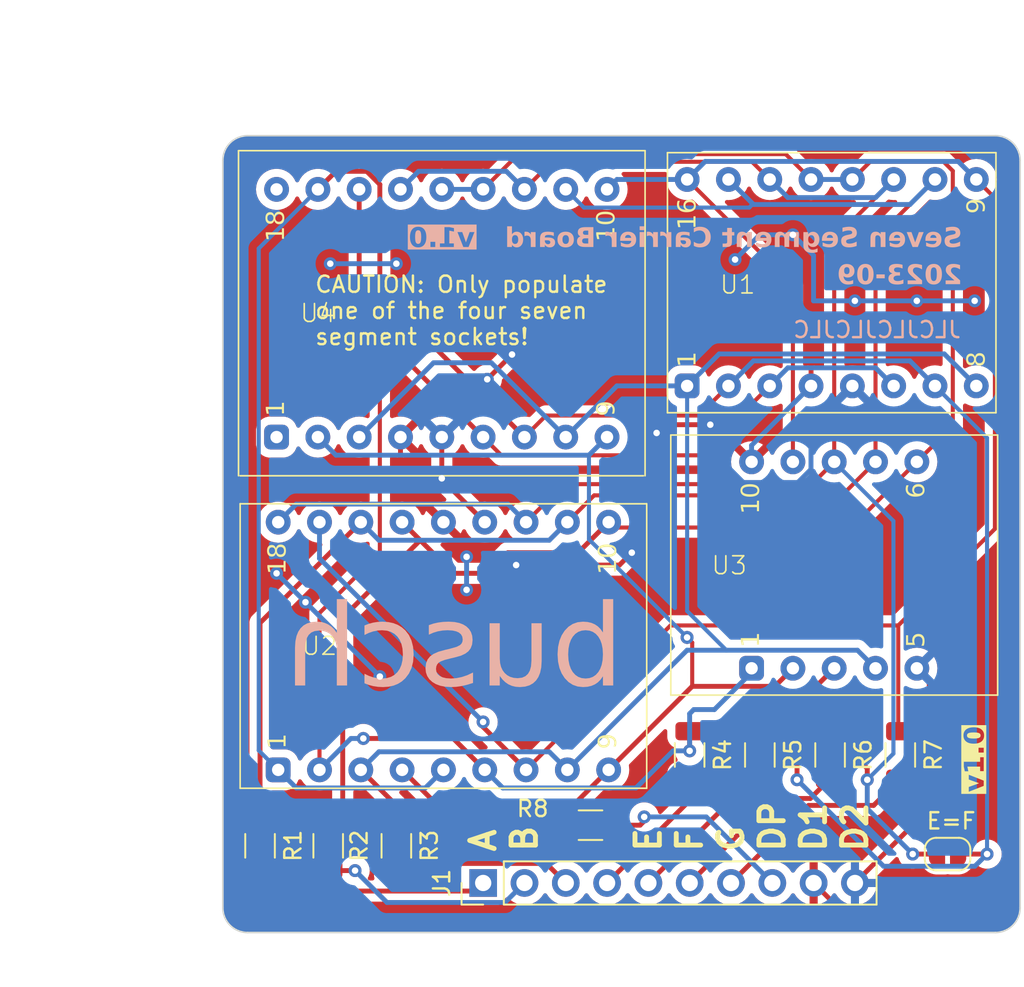
<source format=kicad_pcb>
(kicad_pcb (version 20221018) (generator pcbnew)
  (title_block (title "Seven Segment Carrier Board") (date "2023-09") (rev "v1.0"))
  (layers (0 "F.Cu" signal) (31 "B.Cu" signal) (34 "B.Paste" user) (35 "F.Paste" user) (36 "B.SilkS" user "B.Silkscreen") (37 "F.SilkS" user "F.Silkscreen") (38 "B.Mask" user) (39 "F.Mask" user) (44 "Edge.Cuts" user))
  (net 0 "")
  (net 1 "Net-(J1-Pin_1)")
  (net 2 "Net-(J1-Pin_2)")
  (net 3 "Net-(J1-Pin_3)")
  (net 4 "Net-(J1-Pin_4)")
  (net 5 "Net-(J1-Pin_5)")
  (net 6 "Net-(J1-Pin_6)")
  (net 7 "Net-(J1-Pin_7)")
  (net 8 "Net-(J1-Pin_8)")
  (net 9 "/DIG_1")
  (net 10 "/DIG_2")
  (net 11 "/E")
  (net 12 "/F")
  (net 13 "/A")
  (net 14 "/B")
  (net 15 "/C")
  (net 16 "/D")
  (net 17 "/G")
  (net 18 "/DP")
  (footprint "Resistor_SMD:R_1206_3216Metric" (layer "F.Cu") (at 43.688 53.086 -90)
    (fp_text reference "R4" (at 0 -2.032 90) (layer "F.SilkS"))
    (fp_text value "R")
    (fp_line (start -0.727064 -0.91) (end 0.727064 -0.91) (stroke (width 0.12)) (layer "F.SilkS"))
    (fp_line (start -0.727064 0.91) (end 0.727064 0.91) (stroke (width 0.12)) (layer "F.SilkS"))
    (pad "1" smd roundrect (at -1.4625 0 270) (size 1.125 1.75) (layers "F.Cu" "F.Paste" "F.Mask") (roundrect_rratio 0.222222) (net 16 "/D"))
    (pad "2" smd roundrect (at 1.4625 0 270) (size 1.125 1.75) (layers "F.Cu" "F.Paste" "F.Mask") (roundrect_rratio 0.222222) (net 4 "Net-(J1-Pin_4)"))
  )
  (footprint "Resistor_SMD:R_1206_3216Metric" (layer "F.Cu") (at 37.592 57.404)
    (fp_text reference "R8" (at -3.556 -1.016) (layer "F.SilkS"))
    (fp_text value "R")
    (fp_line (start -0.727064 -0.91) (end 0.727064 -0.91) (stroke (width 0.12)) (layer "F.SilkS"))
    (fp_line (start -0.727064 0.91) (end 0.727064 0.91) (stroke (width 0.12)) (layer "F.SilkS"))
    (pad "1" smd roundrect (at -1.4625 0) (size 1.125 1.75) (layers "F.Cu" "F.Paste" "F.Mask") (roundrect_rratio 0.222222) (net 18 "/DP"))
    (pad "2" smd roundrect (at 1.4625 0) (size 1.125 1.75) (layers "F.Cu" "F.Paste" "F.Mask") (roundrect_rratio 0.222222) (net 8 "Net-(J1-Pin_8)"))
  )
  (footprint "Resistor_SMD:R_1206_3216Metric" (layer "F.Cu") (at 48.006 53.086 -90)
    (fp_text reference "R5" (at 0 -2.032 90) (layer "F.SilkS"))
    (fp_text value "R")
    (fp_line (start -0.727064 -0.91) (end 0.727064 -0.91) (stroke (width 0.12)) (layer "F.SilkS"))
    (fp_line (start -0.727064 0.91) (end 0.727064 0.91) (stroke (width 0.12)) (layer "F.SilkS"))
    (pad "1" smd roundrect (at -1.4625 0 270) (size 1.125 1.75) (layers "F.Cu" "F.Paste" "F.Mask") (roundrect_rratio 0.222222) (net 11 "/E"))
    (pad "2" smd roundrect (at 1.4625 0 270) (size 1.125 1.75) (layers "F.Cu" "F.Paste" "F.Mask") (roundrect_rratio 0.222222) (net 5 "Net-(J1-Pin_5)"))
  )
  (footprint "Resistor_SMD:R_1206_3216Metric" (layer "F.Cu") (at 21.463 58.674 -90)
    (fp_text reference "R2" (at 0 -1.905 90) (layer "F.SilkS"))
    (fp_text value "R")
    (fp_line (start -0.727064 -0.91) (end 0.727064 -0.91) (stroke (width 0.12)) (layer "F.SilkS"))
    (fp_line (start -0.727064 0.91) (end 0.727064 0.91) (stroke (width 0.12)) (layer "F.SilkS"))
    (pad "1" smd roundrect (at -1.4625 0 270) (size 1.125 1.75) (layers "F.Cu" "F.Paste" "F.Mask") (roundrect_rratio 0.222222) (net 14 "/B"))
    (pad "2" smd roundrect (at 1.4625 0 270) (size 1.125 1.75) (layers "F.Cu" "F.Paste" "F.Mask") (roundrect_rratio 0.222222) (net 2 "Net-(J1-Pin_2)"))
  )
  (footprint "HB-Custom-Parts:DA04-11GWA" (layer "F.Cu") (at 42.324 32.03)
    (fp_text reference "U1" (at 4.318 -7.874 unlocked) (layer "F.SilkS") (effects (font (size 1.1 1.1) (thickness 0.1))))
    (fp_text value "DA04-11GWA")
    (fp_text user "16" (at 1.27 -13.208 90 unlocked) (layer "F.SilkS") (effects (font (size 1.1 1.1) (thickness 0.1)) (justify right)))
    (fp_text user "1" (at 1.27 -2.794 90 unlocked) (layer "F.SilkS") (effects (font (size 1.1 1.1) (thickness 0.1)) (justify left)))
    (fp_text user "8" (at 19.05 -2.794 90 unlocked) (layer "F.SilkS") (effects (font (size 1.1 1.1) (thickness 0.1)) (justify left)))
    (fp_text user "9" (at 19.05 -13.208 90 unlocked) (layer "F.SilkS") (effects (font (size 1.1 1.1) (thickness 0.1)) (justify right)))
    (fp_line (start 0 -16) (end 0 0) (stroke (width 0.1)) (layer "F.SilkS"))
    (fp_line (start 0 0) (end 20.2 0) (stroke (width 0.1)) (layer "F.SilkS"))
    (fp_line (start 20.2 -16) (end 0 -16) (stroke (width 0.1)) (layer "F.SilkS"))
    (fp_line (start 20.2 0) (end 20.2 -16) (stroke (width 0.1)) (layer "F.SilkS"))
    (pad "1" thru_hole roundrect (at 1.21 -1.65) (size 1.524 1.524) (drill 0.762) (layers "*.Cu" "*.Mask") (net 15 "/C"))
    (pad "2" thru_hole circle (at 3.75 -1.65) (size 1.524 1.524) (drill 0.762) (layers "*.Cu" "*.Mask") (net 11 "/E"))
    (pad "3" thru_hole circle (at 6.29 -1.65) (size 1.524 1.524) (drill 0.762) (layers "*.Cu" "*.Mask") (net 16 "/D"))
    (pad "4" thru_hole circle (at 8.83 -1.65) (size 1.524 1.524) (drill 0.762) (layers "*.Cu" "*.Mask") (net 9 "/DIG_1"))
    (pad "5" thru_hole circle (at 11.37 -1.65) (size 1.524 1.524) (drill 0.762) (layers "*.Cu" "*.Mask") (net 10 "/DIG_2"))
    (pad "6" thru_hole circle (at 13.91 -1.65) (size 1.524 1.524) (drill 0.762) (layers "*.Cu" "*.Mask") (net 16 "/D"))
    (pad "7" thru_hole circle (at 16.45 -1.65) (size 1.524 1.524) (drill 0.762) (layers "*.Cu" "*.Mask") (net 11 "/E"))
    (pad "8" thru_hole circle (at 18.99 -1.65) (size 1.524 1.524) (drill 0.762) (layers "*.Cu" "*.Mask") (net 15 "/C"))
    (pad "9" thru_hole circle (at 18.99 -14.35) (size 1.524 1.524) (drill 0.762) (layers "*.Cu" "*.Mask") (net 17 "/G"))
    (pad "10" thru_hole circle (at 16.45 -14.35) (size 1.524 1.524) (drill 0.762) (layers "*.Cu" "*.Mask") (net 13 "/A"))
    (pad "11" thru_hole circle (at 13.91 -14.35) (size 1.524 1.524) (drill 0.762) (layers "*.Cu" "*.Mask") (net 12 "/F"))
    (pad "12" thru_hole circle (at 11.37 -14.35) (size 1.524 1.524) (drill 0.762) (layers "*.Cu" "*.Mask") (net 14 "/B"))
    (pad "13" thru_hole circle (at 8.83 -14.35) (size 1.524 1.524) (drill 0.762) (layers "*.Cu" "*.Mask") (net 14 "/B"))
    (pad "14" thru_hole circle (at 6.29 -14.35) (size 1.524 1.524) (drill 0.762) (layers "*.Cu" "*.Mask") (net 12 "/F"))
    (pad "15" thru_hole circle (at 3.75 -14.35) (size 1.524 1.524) (drill 0.762) (layers "*.Cu" "*.Mask") (net 13 "/A"))
    (pad "16" thru_hole circle (at 1.21 -14.35) (size 1.524 1.524) (drill 0.762) (layers "*.Cu" "*.Mask") (net 17 "/G"))
  )
  (footprint "Resistor_SMD:R_1206_3216Metric" (layer "F.Cu") (at 52.324 53.086 -90)
    (fp_text reference "R6" (at 0 -2.032 90) (layer "F.SilkS"))
    (fp_text value "R")
    (fp_line (start -0.727064 -0.91) (end 0.727064 -0.91) (stroke (width 0.12)) (layer "F.SilkS"))
    (fp_line (start -0.727064 0.91) (end 0.727064 0.91) (stroke (width 0.12)) (layer "F.SilkS"))
    (pad "1" smd roundrect (at -1.4625 0 270) (size 1.125 1.75) (layers "F.Cu" "F.Paste" "F.Mask") (roundrect_rratio 0.222222) (net 12 "/F"))
    (pad "2" smd roundrect (at 1.4625 0 270) (size 1.125 1.75) (layers "F.Cu" "F.Paste" "F.Mask") (roundrect_rratio 0.222222) (net 6 "Net-(J1-Pin_6)"))
  )
  (footprint "Jumper:SolderJumper-2_P1.3mm_Open_RoundedPad1.0x1.5mm" (layer "F.Cu") (at 59.548 59.182 180)
    (fp_text reference "J2" hide)
    (fp_text value "EF-Jumper")
    (fp_line (start -1.4 0.3) (end -1.4 -0.3) (stroke (width 0.12)) (layer "F.SilkS"))
    (fp_line (start -0.7 -1) (end 0.7 -1) (stroke (width 0.12)) (layer "F.SilkS"))
    (fp_line (start 0.7 1) (end -0.7 1) (stroke (width 0.12)) (layer "F.SilkS"))
    (fp_line (start 1.4 -0.3) (end 1.4 0.3) (stroke (width 0.12)) (layer "F.SilkS"))
    (fp_arc (start -1.4 -0.3) (mid -1.194975 -0.794975) (end -0.7 -1) (stroke (width 0.12)) (layer "F.SilkS"))
    (fp_arc (start -0.7 1) (mid -1.194975 0.794975) (end -1.4 0.3) (stroke (width 0.12)) (layer "F.SilkS"))
    (fp_arc (start 0.7 -1) (mid 1.194975 -0.794975) (end 1.4 -0.3) (stroke (width 0.12)) (layer "F.SilkS"))
    (fp_arc (start 1.4 0.3) (mid 1.194975 0.794975) (end 0.7 1) (stroke (width 0.12)) (layer "F.SilkS"))
    (pad "1" smd custom (at -0.65 0 180) (size 1 0.5) (layers "F.Cu" "F.Mask") (net 11 "/E") (options (clearance outline) (anchor rect)) (primitives (gr_circle (center 0 0.25) (end 0.5 0.25) (width 0) (fill yes)) (gr_circle (center 0 -0.25) (end 0.5 -0.25) (width 0) (fill yes)) (gr_poly (pts (xy 0.5 0.75) (xy 0 0.75) (xy 0 -0.75) (xy 0.5 -0.75)) (width 0) (fill yes))))
    (pad "2" smd custom (at 0.65 0 180) (size 1 0.5) (layers "F.Cu" "F.Mask") (net 12 "/F") (options (clearance outline) (anchor rect)) (primitives (gr_circle (center 0 0.25) (end 0.5 0.25) (width 0) (fill yes)) (gr_circle (center 0 -0.25) (end 0.5 -0.25) (width 0) (fill yes)) (gr_poly (pts (xy 0 0.75) (xy -0.5 0.75) (xy -0.5 -0.75) (xy 0 -0.75)) (width 0) (fill yes))))
  )
  (footprint "Resistor_SMD:R_1206_3216Metric" (layer "F.Cu") (at 56.642 53.086 -90)
    (fp_text reference "R7" (at 0 -2.032 90) (layer "F.SilkS"))
    (fp_text value "R")
    (fp_line (start -0.727064 -0.91) (end 0.727064 -0.91) (stroke (width 0.12)) (layer "F.SilkS"))
    (fp_line (start -0.727064 0.91) (end 0.727064 0.91) (stroke (width 0.12)) (layer "F.SilkS"))
    (pad "1" smd roundrect (at -1.4625 0 270) (size 1.125 1.75) (layers "F.Cu" "F.Paste" "F.Mask") (roundrect_rratio 0.222222) (net 17 "/G"))
    (pad "2" smd roundrect (at 1.4625 0 270) (size 1.125 1.75) (layers "F.Cu" "F.Paste" "F.Mask") (roundrect_rratio 0.222222) (net 7 "Net-(J1-Pin_7)"))
  )
  (footprint "HB-Custom-Parts:DC52-11GWA" (layer "F.Cu") (at 16.048 55.132)
    (fp_text reference "U2" (at 4.88 -8.75 unlocked) (layer "F.SilkS") (effects (font (size 1.1 1.1) (thickness 0.1))))
    (fp_text value "DC52-11GWA")
    (fp_text user "9" (at 22.66 -2.4 90 unlocked) (layer "F.SilkS") (effects (font (size 1.1 1.1) (thickness 0.1)) (justify left)))
    (fp_text user "10" (at 22.66 -15.1 90 unlocked) (layer "F.SilkS") (effects (font (size 1.1 1.1) (thickness 0.1)) (justify right)))
    (fp_text user "1" (at 2.34 -2.4 90 unlocked) (layer "F.SilkS") (effects (font (size 1.1 1.1) (thickness 0.1)) (justify left)))
    (fp_text user "18" (at 2.34 -15.1 90 unlocked) (layer "F.SilkS") (effects (font (size 1.1 1.1) (thickness 0.1)) (justify right)))
    (fp_line (start 0 -17.5) (end 25 -17.5) (stroke (width 0.1)) (layer "F.SilkS"))
    (fp_line (start 0 0) (end 0 -17.5) (stroke (width 0.1)) (layer "F.SilkS"))
    (fp_line (start 0 0) (end 25 0) (stroke (width 0.1)) (layer "F.SilkS"))
    (fp_line (start 25 -17.5) (end 25 0) (stroke (width 0.1)) (layer "F.SilkS"))
    (pad "1" thru_hole roundrect (at 2.34 -1.13) (size 1.524 1.524) (drill 0.762) (layers "*.Cu" "*.Mask") (net 11 "/E"))
    (pad "2" thru_hole circle (at 4.88 -1.13) (size 1.524 1.524) (drill 0.762) (layers "*.Cu" "*.Mask") (net 16 "/D"))
    (pad "3" thru_hole circle (at 7.42 -1.13) (size 1.524 1.524) (drill 0.762) (layers "*.Cu" "*.Mask") (net 15 "/C"))
    (pad "4" thru_hole circle (at 9.96 -1.13) (size 1.524 1.524) (drill 0.762) (layers "*.Cu" "*.Mask") (net 18 "/DP"))
    (pad "5" thru_hole circle (at 12.5 -1.13) (size 1.524 1.524) (drill 0.762) (layers "*.Cu" "*.Mask") (net 11 "/E"))
    (pad "6" thru_hole circle (at 15.04 -1.13) (size 1.524 1.524) (drill 0.762) (layers "*.Cu" "*.Mask") (net 16 "/D"))
    (pad "7" thru_hole circle (at 17.58 -1.13) (size 1.524 1.524) (drill 0.762) (layers "*.Cu" "*.Mask") (net 17 "/G"))
    (pad "8" thru_hole circle (at 20.12 -1.13) (size 1.524 1.524) (drill 0.762) (layers "*.Cu" "*.Mask") (net 15 "/C"))
    (pad "9" thru_hole circle (at 22.66 -1.13) (size 1.524 1.524) (drill 0.762) (layers "*.Cu" "*.Mask") (net 18 "/DP"))
    (pad "10" thru_hole circle (at 22.66 -16.37) (size 1.524 1.524) (drill 0.762) (layers "*.Cu" "*.Mask") (net 14 "/B"))
    (pad "11" thru_hole circle (at 20.12 -16.37) (size 1.524 1.524) (drill 0.762) (layers "*.Cu" "*.Mask") (net 13 "/A"))
    (pad "12" thru_hole circle (at 17.58 -16.37) (size 1.524 1.524) (drill 0.762) (layers "*.Cu" "*.Mask") (net 12 "/F"))
    (pad "13" thru_hole circle (at 15.04 -16.37) (size 1.524 1.524) (drill 0.762) (layers "*.Cu" "*.Mask") (net 10 "/DIG_2"))
    (pad "14" thru_hole circle (at 12.5 -16.37) (size 1.524 1.524) (drill 0.762) (layers "*.Cu" "*.Mask") (net 9 "/DIG_1"))
    (pad "15" thru_hole circle (at 9.96 -16.37) (size 1.524 1.524) (drill 0.762) (layers "*.Cu" "*.Mask") (net 14 "/B"))
    (pad "16" thru_hole circle (at 7.42 -16.37) (size 1.524 1.524) (drill 0.762) (layers "*.Cu" "*.Mask") (net 13 "/A"))
    (pad "17" thru_hole circle (at 4.88 -16.37) (size 1.524 1.524) (drill 0.762) (layers "*.Cu" "B.Mask") (net 17 "/G"))
    (pad "18" thru_hole circle (at 2.34 -16.37) (size 1.524 1.524) (drill 0.762) (layers "*.Cu" "*.Mask") (net 12 "/F"))
  )
  (footprint "Connector_PinHeader_2.54mm:PinHeader_1x10_P2.54mm_Vertical" (layer "F.Cu") (at 30.993 60.96 90)
    (fp_text reference "J1" (at 0 -2.545 90) (layer "F.SilkS"))
    (fp_text value "Board Connector")
    (fp_line (start -1.33 -1.33) (end 0 -1.33) (stroke (width 0.12)) (layer "F.SilkS"))
    (fp_line (start -1.33 0) (end -1.33 -1.33) (stroke (width 0.12)) (layer "F.SilkS"))
    (fp_line (start -1.33 1.27) (end -1.33 24.19) (stroke (width 0.12)) (layer "F.SilkS"))
    (fp_line (start -1.33 1.27) (end 1.33 1.27) (stroke (width 0.12)) (layer "F.SilkS"))
    (fp_line (start -1.33 24.19) (end 1.33 24.19) (stroke (width 0.12)) (layer "F.SilkS"))
    (fp_line (start 1.33 1.27) (end 1.33 24.19) (stroke (width 0.12)) (layer "F.SilkS"))
    (pad "1" thru_hole rect (at 0 0 90) (size 1.7 1.7) (drill 1) (layers "*.Cu" "*.Mask") (net 1 "Net-(J1-Pin_1)"))
    (pad "2" thru_hole oval (at 0 2.54 90) (size 1.7 1.7) (drill 1) (layers "*.Cu" "*.Mask") (net 2 "Net-(J1-Pin_2)"))
    (pad "3" thru_hole oval (at 0 5.08 90) (size 1.7 1.7) (drill 1) (layers "*.Cu" "*.Mask") (net 3 "Net-(J1-Pin_3)"))
    (pad "4" thru_hole oval (at 0 7.62 90) (size 1.7 1.7) (drill 1) (layers "*.Cu" "*.Mask") (net 4 "Net-(J1-Pin_4)"))
    (pad "5" thru_hole oval (at 0 10.16 90) (size 1.7 1.7) (drill 1) (layers "*.Cu" "*.Mask") (net 5 "Net-(J1-Pin_5)"))
    (pad "6" thru_hole oval (at 0 12.7 90) (size 1.7 1.7) (drill 1) (layers "*.Cu" "*.Mask") (net 6 "Net-(J1-Pin_6)"))
    (pad "7" thru_hole oval (at 0 15.24 90) (size 1.7 1.7) (drill 1) (layers "*.Cu" "*.Mask") (net 7 "Net-(J1-Pin_7)"))
    (pad "8" thru_hole oval (at 0 17.78 90) (size 1.7 1.7) (drill 1) (layers "*.Cu" "*.Mask") (net 8 "Net-(J1-Pin_8)"))
    (pad "9" thru_hole oval (at 0 20.32 90) (size 1.7 1.7) (drill 1) (layers "*.Cu" "*.Mask") (net 9 "/DIG_1"))
    (pad "10" thru_hole oval (at 0 22.86 90) (size 1.7 1.7) (drill 1) (layers "*.Cu" "*.Mask") (net 10 "/DIG_2"))
  )
  (footprint "Resistor_SMD:R_1206_3216Metric" (layer "F.Cu") (at 25.654 58.674 -90)
    (fp_text reference "R3" (at 0 -2.032 90) (layer "F.SilkS"))
    (fp_text value "R")
    (fp_line (start -0.727064 -0.91) (end 0.727064 -0.91) (stroke (width 0.12)) (layer "F.SilkS"))
    (fp_line (start -0.727064 0.91) (end 0.727064 0.91) (stroke (width 0.12)) (layer "F.SilkS"))
    (pad "1" smd roundrect (at -1.4625 0 270) (size 1.125 1.75) (layers "F.Cu" "F.Paste" "F.Mask") (roundrect_rratio 0.222222) (net 15 "/C"))
    (pad "2" smd roundrect (at 1.4625 0 270) (size 1.125 1.75) (layers "F.Cu" "F.Paste" "F.Mask") (roundrect_rratio 0.222222) (net 3 "Net-(J1-Pin_3)"))
  )
  (footprint "Resistor_SMD:R_1206_3216Metric" (layer "F.Cu") (at 17.272 58.674 -90)
    (fp_text reference "R1" (at 0 -2.032 90) (layer "F.SilkS"))
    (fp_text value "R")
    (fp_line (start -0.727064 -0.91) (end 0.727064 -0.91) (stroke (width 0.12)) (layer "F.SilkS"))
    (fp_line (start -0.727064 0.91) (end 0.727064 0.91) (stroke (width 0.12)) (layer "F.SilkS"))
    (pad "1" smd roundrect (at -1.4625 0 270) (size 1.125 1.75) (layers "F.Cu" "F.Paste" "F.Mask") (roundrect_rratio 0.222222) (net 13 "/A"))
    (pad "2" smd roundrect (at 1.4625 0 270) (size 1.125 1.75) (layers "F.Cu" "F.Paste" "F.Mask") (roundrect_rratio 0.222222) (net 1 "Net-(J1-Pin_1)"))
  )
  (footprint "HB-Custom-Parts:WF_VQE_21_E_AD" (layer "F.Cu") (at 18.288 33.528)
    (fp_text reference "U4" (at 2.54 -7.62 unlocked) (layer "F.SilkS") (effects (font (size 1.1 1.1) (thickness 0.1))))
    (fp_text value "WF_VQE_21_E_AD" hide)
    (fp_text user "9" (at 20.32 -1.27 90 unlocked) (layer "F.SilkS") (effects (font (size 1.1 1.1) (thickness 0.1)) (justify left)))
    (fp_text user "1" (at 0 -1.27 90 unlocked) (layer "F.SilkS") (effects (font (size 1.1 1.1) (thickness 0.1)) (justify left)))
    (fp_text user "10" (at 20.32 -13.97 90 unlocked) (layer "F.SilkS") (effects (font (size 1.1 1.1) (thickness 0.1)) (justify right)))
    (fp_text user "18" (at 0 -13.97 90 unlocked) (layer "F.SilkS") (effects (font (size 1.1 1.1) (thickness 0.1)) (justify right)))
    (fp_line (start -2.34 -17.62) (end 22.66 -17.62) (stroke (width 0.1)) (layer "F.SilkS"))
    (fp_line (start -2.34 2.38) (end -2.34 -17.62) (stroke (width 0.1)) (layer "F.SilkS"))
    (fp_line (start -2.24 2.38) (end 22.56 2.38) (stroke (width 0.1)) (layer "F.SilkS"))
    (fp_line (start 22.66 -17.62) (end 22.66 2.38) (stroke (width 0.1)) (layer "F.SilkS"))
    (pad "1" thru_hole roundrect (at 0 0) (size 1.524 1.524) (drill 0.762) (layers "*.Cu" "*.Mask"))
    (pad "2" thru_hole circle (at 2.54 0) (size 1.524 1.524) (drill 0.762) (layers "*.Cu" "*.Mask") (net 18 "/DP"))
    (pad "3" thru_hole circle (at 5.08 0) (size 1.524 1.524) (drill 0.762) (layers "*.Cu" "*.Mask") (net 15 "/C"))
    (pad "4" thru_hole circle (at 7.62 0) (size 1.524 1.524) (drill 0.762) (layers "*.Cu" "*.Mask") (net 9 "/DIG_1"))
    (pad "5" thru_hole circle (at 10.16 0) (size 1.524 1.524) (drill 0.762) (layers "*.Cu" "*.Mask") (net 10 "/DIG_2"))
    (pad "6" thru_hole circle (at 12.7 0) (size 1.524 1.524) (drill 0.762) (layers "*.Cu" "*.Mask") (net 16 "/D"))
    (pad "7" thru_hole circle (at 15.24 0) (size 1.524 1.524) (drill 0.762) (layers "*.Cu" "*.Mask") (net 11 "/E"))
    (pad "8" thru_hole circle (at 17.78 0) (size 1.524 1.524) (drill 0.762) (layers "*.Cu" "*.Mask") (net 15 "/C"))
    (pad "9" thru_hole circle (at 20.32 0) (size 1.524 1.524) (drill 0.762) (layers "*.Cu" "*.Mask") (net 18 "/DP"))
    (pad "10" thru_hole circle (at 20.32 -15.24) (size 1.524 1.524) (drill 0.762) (layers "*.Cu" "*.Mask") (net 17 "/G"))
    (pad "11" thru_hole circle (at 17.78 -15.24) (size 1.524 1.524) (drill 0.762) (layers "*.Cu" "*.Mask") (net 13 "/A"))
    (pad "12" thru_hole circle (at 15.24 -15.24) (size 1.524 1.524) (drill 0.762) (layers "*.Cu" "*.Mask") (net 12 "/F"))
    (pad "13" thru_hole circle (at 12.7 -15.24) (size 1.524 1.524) (drill 0.762) (layers "*.Cu" "*.Mask") (net 14 "/B"))
    (pad "14" thru_hole circle (at 10.16 -15.24) (size 1.524 1.524) (drill 0.762) (layers "*.Cu" "*.Mask") (net 14 "/B"))
    (pad "15" thru_hole circle (at 7.62 -15.24) (size 1.524 1.524) (drill 0.762) (layers "*.Cu" "*.Mask") (net 12 "/F"))
    (pad "16" thru_hole circle (at 5.08 -15.24) (size 1.524 1.524) (drill 0.762) (layers "*.Cu" "*.Mask") (net 16 "/D"))
    (pad "17" thru_hole circle (at 2.54 -15.24) (size 1.524 1.524) (drill 0.762) (layers "*.Cu" "B.Mask") (net 11 "/E"))
    (pad "18" thru_hole circle (at 0 -15.24) (size 1.524 1.524) (drill 0.762) (layers "*.Cu" "*.Mask"))
  )
  (footprint "HB-Custom-Parts:TOD4201FG-2" (layer "F.Cu") (at 47.498 47.752)
    (fp_text reference "U3" (at -2.54 -6.326 unlocked) (layer "F.SilkS") (effects (font (size 1.1 1.1) (thickness 0.1)) (justify left)))
    (fp_text value "TOD4201FG-2")
    (fp_text user "1" (at 0 -1.27 90 unlocked) (layer "F.SilkS") (effects (font (size 1.1 1.1) (thickness 0.1)) (justify left)))
    (fp_text user "5" (at 10.16 -1.27 90 unlocked) (layer "F.SilkS") (effects (font (size 1.1 1.1) (thickness 0.1)) (justify left)))
    (fp_text user "6" (at 10.16 -11.43 90 unlocked) (layer "F.SilkS") (effects (font (size 1.1 1.1) (thickness 0.1)) (justify right)))
    (fp_text user "10" (at 0 -11.43 90 unlocked) (layer "F.SilkS") (effects (font (size 1.1 1.1) (thickness 0.1)) (justify right)))
    (fp_line (start -4.97 -14.35) (end 15.13 -14.35) (stroke (width 0.1)) (layer "F.SilkS"))
    (fp_line (start -4.97 1.65) (end -4.97 -14.35) (stroke (width 0.1)) (layer "F.SilkS"))
    (fp_line (start -4.97 1.65) (end 15.13 1.65) (stroke (width 0.1)) (layer "F.SilkS"))
    (fp_line (start 15.13 -14.35) (end 15.13 1.65) (stroke (width 0.1)) (layer "F.SilkS"))
    (pad "1" thru_hole roundrect (at 0 0) (size 1.524 1.524) (drill 0.762) (layers "*.Cu" "*.Mask") (net 16 "/D"))
    (pad "2" thru_hole circle (at 2.54 0) (size 1.524 1.524) (drill 0.762) (layers "*.Cu" "*.Mask") (net 18 "/DP"))
    (pad "3" thru_hole circle (at 5.08 0) (size 1.524 1.524) (drill 0.762) (layers "*.Cu" "*.Mask") (net 11 "/E"))
    (pad "4" thru_hole circle (at 7.62 0) (size 1.524 1.524) (drill 0.762) (layers "*.Cu" "*.Mask") (net 15 "/C"))
    (pad "5" thru_hole circle (at 10.16 0) (size 1.524 1.524) (drill 0.762) (layers "*.Cu" "*.Mask") (net 10 "/DIG_2"))
    (pad "6" thru_hole circle (at 10.16 -12.7) (size 1.524 1.524) (drill 0.762) (layers "*.Cu" "*.Mask") (net 14 "/B"))
    (pad "7" thru_hole circle (at 7.62 -12.7) (size 1.524 1.524) (drill 0.762) (layers "*.Cu" "*.Mask") (net 13 "/A"))
    (pad "8" thru_hole circle (at 5.08 -12.7) (size 1.524 1.524) (drill 0.762) (layers "*.Cu" "*.Mask") (net 12 "/F"))
    (pad "9" thru_hole circle (at 2.54 -12.7) (size 1.524 1.524) (drill 0.762) (layers "*.Cu" "*.Mask") (net 17 "/G"))
    (pad "10" thru_hole circle (at 0 -12.7) (size 1.524 1.524) (drill 0.762) (layers "*.Cu" "*.Mask") (net 9 "/DIG_1"))
  )
  (gr_line (start 62.484 14.986) (end 16.51 14.986) (stroke (width 0.1)) (layer "Edge.Cuts"))
  (gr_arc (start 14.986 16.51) (mid 15.432369 15.432369) (end 16.51 14.986) (stroke (width 0.1)) (layer "Edge.Cuts"))
  (gr_line (start 14.986 16.51) (end 14.986 62.484) (stroke (width 0.1)) (layer "Edge.Cuts"))
  (gr_line (start 16.51 64.008) (end 62.484 64.008) (stroke (width 0.1)) (layer "Edge.Cuts"))
  (gr_arc (start 62.484 14.986) (mid 63.561631 15.432369) (end 64.008 16.51) (stroke (width 0.1)) (layer "Edge.Cuts"))
  (gr_arc (start 64.008 62.484) (mid 63.561631 63.561631) (end 62.484 64.008) (stroke (width 0.1)) (layer "Edge.Cuts"))
  (gr_arc (start 16.51 64.008) (mid 15.432369 63.561631) (end 14.986 62.484) (stroke (width 0.1)) (layer "Edge.Cuts"))
  (gr_line (start 64.008 62.484) (end 64.008 16.51) (stroke (width 0.1)) (layer "Edge.Cuts"))
  (gr_text "busch" (at 39.624 46.736) (layer "B.SilkS") (effects (font (size 5 5)) (justify left mirror)))
  (gr_text "${ISSUE_DATE}" (at 60.452 23.622) (layer "B.SilkS") (effects (font (size 1.2 1.2)) (justify left mirror)))
  (gr_text "${REVISION}" (at 30.48 21.336) (layer "B.SilkS" knockout) (effects (font (size 1.2 1.2)) (justify left mirror)))
  (gr_text "Seven Segment Carrier Board" (at 60.452 21.336) (layer "B.SilkS") (effects (font (size 1.2 1.2)) (justify left mirror)))
  (gr_text "JLCJLCJLCJLC" (at 60.452 26.924) (layer "B.SilkS") (effects (font (size 1 1)) (justify left mirror)))
  (gr_text "D1\n" (at 51.308 59.182 90) (layer "F.SilkS") (effects (font (size 1.5 1.5) (thickness 0.3) bold) (justify left)))
  (gr_text "B" (at 33.528 59.182 90) (layer "F.SilkS") (effects (font (size 1.5 1.5) (thickness 0.3) bold) (justify left)))
  (gr_text "D2" (at 53.848 59.182 90) (layer "F.SilkS") (effects (font (size 1.5 1.5) (thickness 0.3) bold) (justify left)))
  (gr_text "E" (at 41.148 59.182 90) (layer "F.SilkS") (effects (font (size 1.5 1.5) (thickness 0.3) bold) (justify left)))
  (gr_text "${REVISION}" (at 61.976 55.372 90) (layer "F.SilkS" knockout) (effects (font (size 1.2 1.2)) (justify left bottom)))
  (gr_text "A" (at 30.988 59.182 90) (layer "F.SilkS") (effects (font (size 1.5 1.5) (thickness 0.3) bold) (justify left)))
  (gr_text "CAUTION: Only populate \none of the four seven \nsegment sockets!" (at 20.574 27.94) (layer "F.SilkS") (effects (font (size 1 1)) (justify left bottom)))
  (gr_text "G" (at 46.228 59.182 90) (layer "F.SilkS") (effects (font (size 1.5 1.5) (thickness 0.3) bold) (justify left)))
  (gr_text "E=F" (at 58.166 57.15) (layer "F.SilkS") (effects (font (size 1 1)) (justify left)))
  (gr_text "DP" (at 48.768 59.182 90) (layer "F.SilkS") (effects (font (size 1.5 1.5) (thickness 0.3) bold) (justify left)))
  (gr_text "F" (at 43.688 59.182 90) (layer "F.SilkS") (effects (font (size 1.5 1.5) (thickness 0.3) bold) (justify left)))
  (segment (start 18.5926 61.4571) (end 30.4959 61.4571) (width 0.3) (layer "F.Cu") (net 1))
  (segment (start 30.4959 61.4571) (end 30.993 60.96) (width 0.3) (layer "F.Cu") (net 1))
  (segment (start 17.272 60.1365) (end 18.5926 61.4571) (width 0.3) (layer "F.Cu") (net 1))
  (segment (start 21.5245 60.198) (end 21.463 60.1365) (width 0.3) (layer "F.Cu") (net 2))
  (segment (start 23.114 60.198) (end 21.5245 60.198) (width 0.3) (layer "F.Cu") (net 2))
  (via (at 23.114 60.198) (size 0.8) (drill 0.4) (layers "F.Cu" "B.Cu") (net 2))
  (segment (start 33.533 60.96) (end 32.333 62.16) (width 0.3) (layer "B.Cu") (net 2))
  (segment (start 32.333 62.16) (end 25.076 62.16) (width 0.3) (layer "B.Cu") (net 2))
  (segment (start 25.076 62.16) (end 23.114 60.198) (width 0.3) (layer "B.Cu") (net 2))
  (segment (start 34.873 59.76) (end 36.073 60.96) (width 0.3) (layer "F.Cu") (net 3))
  (segment (start 26.0305 59.76) (end 34.873 59.76) (width 0.3) (layer "F.Cu") (net 3))
  (segment (start 25.654 60.1365) (end 26.0305 59.76) (width 0.3) (layer "F.Cu") (net 3))
  (segment (start 43.688 55.885) (end 38.613 60.96) (width 0.3) (layer "F.Cu") (net 4))
  (segment (start 43.688 54.5485) (end 43.688 55.885) (width 0.3) (layer "F.Cu") (net 4))
  (segment (start 41.153 60.96) (end 47.5645 54.5485) (width 0.3) (layer "F.Cu") (net 5))
  (segment (start 47.5645 54.5485) (end 48.006 54.5485) (width 0.3) (layer "F.Cu") (net 5))
  (segment (start 52.324 54.5485) (end 51.1115 55.761) (width 0.3) (layer "F.Cu") (net 6))
  (segment (start 51.1115 55.761) (end 48.892 55.761) (width 0.3) (layer "F.Cu") (net 6))
  (segment (start 48.892 55.761) (end 43.693 60.96) (width 0.3) (layer "F.Cu") (net 6))
  (segment (start 56.642 54.5485) (end 55.0025 56.188) (width 0.3) (layer "F.Cu") (net 7))
  (segment (start 55.0025 56.188) (end 51.005 56.188) (width 0.3) (layer "F.Cu") (net 7))
  (segment (start 51.005 56.188) (end 46.233 60.96) (width 0.3) (layer "F.Cu") (net 7))
  (segment (start 39.0545 57.404) (end 40.64 57.404) (width 0.3) (layer "F.Cu") (net 8))
  (segment (start 40.894 56.896) (end 41.148 56.896) (width 0.3) (layer "F.Cu") (net 8))
  (segment (start 40.64 57.404) (end 40.894 57.15) (width 0.3) (layer "F.Cu") (net 8))
  (segment (start 40.894 57.15) (end 40.894 56.896) (width 0.3) (layer "F.Cu") (net 8))
  (segment (start 41.148 56.896) (end 41.021 57.023) (width 0.3) (layer "F.Cu") (net 8))
  (via (at 40.894 56.896) (size 0.8) (drill 0.4) (layers "F.Cu" "B.Cu") (net 8))
  (segment (start 40.894 56.896) (end 44.709 56.896) (width 0.3) (layer "B.Cu") (net 8))
  (segment (start 44.709 56.896) (end 48.773 60.96) (width 0.3) (layer "B.Cu") (net 8))
  (segment (start 29.972 40.894) (end 29.972 40.186) (width 0.3) (layer "F.Cu") (net 9))
  (segment (start 24.638 48.26) (end 29.972 42.926) (width 0.3) (layer "F.Cu") (net 9))
  (segment (start 25.908 33.528) (end 25.908 36.122) (width 0.3) (layer "F.Cu") (net 9))
  (segment (start 25.908 36.122) (end 28.548 38.762) (width 0.3) (layer "F.Cu") (net 9))
  (segment (start 51.154 30.38) (end 51.154 28.094) (width 0.3) (layer "F.Cu") (net 9))
  (segment (start 29.972 40.186) (end 28.548 38.762) (width 0.3) (layer "F.Cu") (net 9))
  (segment (start 52.324 61.971) (end 52.324 62.23) (width 0.3) (layer "F.Cu") (net 9))
  (segment (start 52.324 61.971) (end 51.313 60.96) (width 0.3) (layer "F.Cu") (net 9))
  (via (at 29.972 40.894) (size 0.8) (drill 0.4) (layers "F.Cu" "B.Cu") (net 9))
  (via (at 25.654 22.86) (size 0.8) (drill 0.4) (layers "F.Cu" "B.Cu") (net 9))
  (via (at 24.638 48.26) (size 0.8) (drill 0.4) (layers "F.Cu" "B.Cu") (net 9))
  (via (at 20.066 43.688) (size 0.8) (drill 0.4) (layers "F.Cu" "B.Cu") (net 9))
  (via (at 61.214 25.146) (size 0.8) (drill 0.4) (layers "F.Cu" "B.Cu") (net 9))
  (via (at 53.848 25.146) (size 0.8) (drill 0.4) (layers "F.Cu" "B.Cu") (net 9))
  (via (at 50.038 21.082) (size 0.8) (drill 0.4) (layers "F.Cu" "B.Cu") (net 9))
  (via (at 21.59 22.86) (size 0.8) (drill 0.4) (layers "F.Cu" "B.Cu") (net 9))
  (via (at 46.482 22.606) (size 0.8) (drill 0.4) (layers "F.Cu" "B.Cu") (net 9))
  (via (at 18.288 41.91) (size 0.8) (drill 0.4) (layers "F.Cu" "B.Cu") (net 9))
  (via (at 57.658 25.146) (size 0.8) (drill 0.4) (layers "F.Cu" "B.Cu") (net 9))
  (via (at 29.972 42.926) (size 0.8) (drill 0.4) (layers "F.Cu" "B.Cu") (net 9))
  (segment (start 53.848 25.146) (end 57.658 25.146) (width 0.3) (layer "B.Cu") (net 9))
  (segment (start 20.066 43.688) (end 24.638 48.26) (width 0.3) (layer "B.Cu") (net 9))
  (segment (start 57.658 25.146) (end 61.214 25.146) (width 0.3) (layer "B.Cu") (net 9))
  (segment (start 46.482 22.606) (end 48.006 21.082) (width 0.3) (layer "B.Cu") (net 9))
  (segment (start 51.308 22.352) (end 51.308 25.146) (width 0.3) (layer "B.Cu") (net 9))
  (segment (start 18.288 41.91) (end 20.066 43.688) (width 0.3) (layer "B.Cu") (net 9))
  (segment (start 21.59 22.86) (end 25.654 22.86) (width 0.3) (layer "B.Cu") (net 9))
  (segment (start 51.154 30.38) (end 47.498 34.036) (width 0.3) (layer "B.Cu") (net 9))
  (segment (start 50.038 21.082) (end 51.308 22.352) (width 0.3) (layer "B.Cu") (net 9))
  (segment (start 29.972 40.894) (end 29.972 42.926) (width 0.3) (layer "B.Cu") (net 9))
  (segment (start 48.006 21.082) (end 50.038 21.082) (width 0.3) (layer "B.Cu") (net 9))
  (segment (start 51.308 25.146) (end 53.848 25.146) (width 0.3) (layer "B.Cu") (net 9))
  (segment (start 47.498 34.036) (end 47.498 35.052) (width 0.3) (layer "B.Cu") (net 9))
  (segment (start 28.448 36.068) (end 28.448 36.122) (width 0.3) (layer "F.Cu") (net 10))
  (segment (start 39.37 41.402) (end 33.02 41.402) (width 0.3) (layer "F.Cu") (net 10))
  (segment (start 42.164 32.766) (end 41.656 33.274) (width 0.3) (layer "F.Cu") (net 10))
  (segment (start 44.958 32.766) (end 42.164 32.766) (width 0.3) (layer "F.Cu") (net 10))
  (segment (start 57.658 47.752) (end 58.42 48.514) (width 0.3) (layer "F.Cu") (net 10))
  (segment (start 28.448 33.528) (end 28.448 36.068) (width 0.3) (layer "F.Cu") (net 10))
  (segment (start 33.02 41.402) (end 33.274 41.402) (width 0.3) (layer "F.Cu") (net 10))
  (segment (start 58.42 56.393) (end 53.853 60.96) (width 0.3) (layer "F.Cu") (net 10))
  (segment (start 40.132 40.64) (end 39.37 41.402) (width 0.3) (layer "F.Cu") (net 10))
  (segment (start 28.448 36.122) (end 31.088 38.762) (width 0.3) (layer "F.Cu") (net 10))
  (segment (start 41.656 33.274) (end 41.783 33.147) (width 0.3) (layer "F.Cu") (net 10))
  (segment (start 58.42 48.514) (end 58.42 56.393) (width 0.3) (layer "F.Cu") (net 10))
  (segment (start 31.242 29.972) (end 32.766 28.448) (width 0.3) (layer "F.Cu") (net 10))
  (via (at 33.02 41.402) (size 0.8) (drill 0.4) (layers "F.Cu" "B.Cu") (net 10))
  (via (at 41.656 33.274) (size 0.8) (drill 0.4) (layers "F.Cu" "B.Cu") (net 10))
  (via (at 40.132 40.64) (size 0.8) (drill 0.4) (layers "F.Cu" "B.Cu") (net 10))
  (via (at 31.242 29.972) (size 0.8) (drill 0.4) (layers "F.Cu" "B.Cu") (net 10))
  (via (at 28.448 36.068) (size 0.8) (drill 0.4) (layers "F.Cu" "B.Cu") (net 10))
  (via (at 44.958 32.766) (size 0.8) (drill 0.4) (layers "F.Cu" "B.Cu") (net 10))
  (via (at 32.766 28.448) (size 0.8) (drill 0.4) (layers "F.Cu" "B.Cu") (net 10))
  (segment (start 46.99 36.322) (end 44.958 34.29) (width 0.3) (layer "B.Cu") (net 10))
  (segment (start 51.15 35.512606) (end 50.340606 36.322) (width 0.3) (layer "B.Cu") (net 10))
  (segment (start 50.340606 36.322) (end 46.99 36.322) (width 0.3) (layer "B.Cu") (net 10))
  (segment (start 44.958 32.766) (end 44.958 33.02) (width 0.3) (layer "B.Cu") (net 10))
  (segment (start 51.15 32.924) (end 51.15 35.512606) (width 0.3) (layer "B.Cu") (net 10))
  (segment (start 53.694 30.38) (end 51.15 32.924) (width 0.3) (layer "B.Cu") (net 10))
  (segment (start 44.958 34.29) (end 44.958 32.766) (width 0.3) (layer "B.Cu") (net 10))
  (segment (start 52.578 47.752) (end 48.7065 51.6235) (width 0.3) (layer "F.Cu") (net 11))
  (segment (start 46.074 30.38) (end 44.2514 32.2026) (width 0.25) (layer "F.Cu") (net 11))
  (segment (start 44.2514 32.2026) (end 34.8534 32.2026) (width 0.25) (layer "F.Cu") (net 11))
  (segment (start 34.8534 32.2026) (end 33.528 33.528) (width 0.25) (layer "F.Cu") (net 11))
  (segment (start 23.8286 17.176) (end 24.638 17.9854) (width 0.3) (layer "F.Cu") (net 11))
  (segment (start 24.638 17.9854) (end 24.638 24.638) (width 0.3) (layer "F.Cu") (net 11))
  (segment (start 48.7065 51.6235) (end 48.006 51.6235) (width 0.3) (layer "F.Cu") (net 11))
  (segment (start 24.638 24.638) (end 33.528 33.528) (width 0.3) (layer "F.Cu") (net 11))
  (segment (start 21.94 17.176) (end 23.8286 17.176) (width 0.3) (layer "F.Cu") (net 11))
  (segment (start 20.828 18.288) (end 21.94 17.176) (width 0.3) (layer "F.Cu") (net 11))
  (segment (start 49.0835 51.6235) (end 50.292 52.832) (width 0.3) (layer "F.Cu") (net 11))
  (segment (start 48.006 51.6235) (end 48.7065 51.6235) (width 0.3) (layer "F.Cu") (net 11))
  (segment (start 50.292 52.832) (end 50.292 54.61) (width 0.3) (layer "F.Cu") (net 11))
  (segment (start 48.7065 51.6235) (end 49.0835 51.6235) (width 0.3) (layer "F.Cu") (net 11))
  (segment (start 61.976 59.182) (end 60.198 59.182) (width 0.3) (layer "F.Cu") (net 11))
  (via (at 61.976 59.182) (size 0.8) (drill 0.4) (layers "F.Cu" "B.Cu") (net 11))
  (via (at 50.292 54.61) (size 0.8) (drill 0.4) (layers "F.Cu" "B.Cu") (net 11))
  (segment (start 46.074 30.38) (end 47.613 28.841) (width 0.3) (layer "B.Cu") (net 11))
  (segment (start 47.613 28.841) (end 57.235 28.841) (width 0.3) (layer "B.Cu") (net 11))
  (segment (start 61.226 59.932) (end 61.976 59.182) (width 0.3) (layer "B.Cu") (net 11))
  (segment (start 17.1914 52.8054) (end 18.388 54.002) (width 0.25) (layer "B.Cu") (net 11))
  (segment (start 57.235 28.841) (end 58.774 30.38) (width 0.3) (layer "B.Cu") (net 11))
  (segment (start 58.774 30.38) (end 61.976 33.582) (width 0.25) (layer "B.Cu") (net 11))
  (segment (start 20.828 18.288) (end 17.1914 21.9246) (width 0.25) (layer "B.Cu") (net 11))
  (segment (start 55.614 59.932) (end 61.226 59.932) (width 0.3) (layer "B.Cu") (net 11))
  (segment (start 17.1914 21.9246) (end 17.1914 52.8054) (width 0.25) (layer "B.Cu") (net 11))
  (segment (start 19.5 55.114) (end 27.436 55.114) (width 0.3) (layer "B.Cu") (net 11))
  (segment (start 61.976 33.582) (end 61.976 59.182) (width 0.25) (layer "B.Cu") (net 11))
  (segment (start 18.388 54.002) (end 19.5 55.114) (width 0.3) (layer "B.Cu") (net 11))
  (segment (start 27.436 55.114) (end 28.548 54.002) (width 0.3) (layer "B.Cu") (net 11))
  (segment (start 50.292 54.61) (end 55.614 59.932) (width 0.3) (layer "B.Cu") (net 11))
  (segment (start 51.2069 36.4231) (end 52.578 35.052) (width 0.25) (layer "F.Cu") (net 12))
  (segment (start 56.234 17.68) (end 52.578 21.336) (width 0.25) (layer "F.Cu") (net 12))
  (segment (start 35.9669 36.4231) (end 51.2069 36.4231) (width 0.25) (layer "F.Cu") (net 12))
  (segment (start 52.324 51.6235) (end 54.61 53.9095) (width 0.3) (layer "F.Cu") (net 12))
  (segment (start 35.2249 16.5911) (end 33.528 18.288) (width 0.25) (layer "F.Cu") (net 12))
  (segment (start 57.404 59.182) (end 58.898 59.182) (width 0.3) (layer "F.Cu") (net 12))
  (segment (start 33.628 38.762) (end 35.9669 36.4231) (width 0.25) (layer "F.Cu") (net 12))
  (segment (start 48.614 17.68) (end 47.5251 16.5911) (width 0.25) (layer "F.Cu") (net 12))
  (segment (start 47.5251 16.5911) (end 35.2249 16.5911) (width 0.25) (layer "F.Cu") (net 12))
  (segment (start 54.61 53.9095) (end 54.61 54.61) (width 0.3) (layer "F.Cu") (net 12))
  (segment (start 52.578 21.336) (end 52.578 35.052) (width 0.25) (layer "F.Cu") (net 12))
  (via (at 57.404 59.182) (size 0.8) (drill 0.4) (layers "F.Cu" "B.Cu") (net 12))
  (via (at 54.61 54.61) (size 0.8) (drill 0.4) (layers "F.Cu" "B.Cu") (net 12))
  (segment (start 54.61 54.61) (end 54.61 56.388) (width 0.3) (layer "B.Cu") (net 12))
  (segment (start 55.122 18.792) (end 56.234 17.68) (width 0.3) (layer "B.Cu") (net 12))
  (segment (start 25.908 18.288) (end 27.02 17.176) (width 0.3) (layer "B.Cu") (net 12))
  (segment (start 32.416 17.176) (end 33.528 18.288) (width 0.3) (layer "B.Cu") (net 12))
  (segment (start 54.61 54.61) (end 56.2192 53.0008) (width 0.25) (layer "B.Cu") (net 12))
  (segment (start 19.5 37.65) (end 32.516 37.65) (width 0.3) (layer "B.Cu") (net 12))
  (segment (start 18.388 38.762) (end 19.5 37.65) (width 0.3) (layer "B.Cu") (net 12))
  (segment (start 56.2192 53.0008) (end 56.2192 38.6932) (width 0.25) (layer "B.Cu") (net 12))
  (segment (start 48.614 17.68) (end 49.726 18.792) (width 0.3) (layer "B.Cu") (net 12))
  (segment (start 56.2192 38.6932) (end 52.578 35.052) (width 0.25) (layer "B.Cu") (net 12))
  (segment (start 27.02 17.176) (end 32.416 17.176) (width 0.3) (layer "B.Cu") (net 12))
  (segment (start 32.516 37.65) (end 33.628 38.762) (width 0.3) (layer "B.Cu") (net 12))
  (segment (start 49.726 18.792) (end 55.122 18.792) (width 0.3) (layer "B.Cu") (net 12))
  (segment (start 54.61 56.388) (end 57.404 59.182) (width 0.3) (layer "B.Cu") (net 12))
  (segment (start 23.468 38.762) (end 17.272 44.958) (width 0.3) (layer "F.Cu") (net 13))
  (segment (start 17.272 44.958) (end 17.272 57.2115) (width 0.3) (layer "F.Cu") (net 13))
  (segment (start 37.8153 37.1147) (end 36.168 38.762) (width 0.25) (layer "F.Cu") (net 13))
  (segment (start 55.118 21.336) (end 58.774 17.68) (width 0.25) (layer "F.Cu") (net 13))
  (segment (start 55.118 35.052) (end 55.118 21.336) (width 0.25) (layer "F.Cu") (net 13))
  (segment (start 53.0553 37.1147) (end 37.8153 37.1147) (width 0.25) (layer "F.Cu") (net 13))
  (segment (start 55.118 35.052) (end 53.0553 37.1147) (width 0.25) (layer "F.Cu") (net 13))
  (segment (start 46.074 17.68) (end 47.5786 19.1846) (width 0.3) (layer "B.Cu") (net 13))
  (segment (start 47.5786 19.1846) (end 47.613 19.219) (width 0.3) (layer "B.Cu") (net 13))
  (segment (start 35.056 39.874) (end 24.58 39.874) (width 0.3) (layer "B.Cu") (net 13))
  (segment (start 47.613 19.219) (end 57.235 19.219) (width 0.3) (layer "B.Cu") (net 13))
  (segment (start 57.235 19.219) (end 58.774 17.68) (width 0.3) (layer "B.Cu") (net 13))
  (segment (start 47.5786 19.1846) (end 47.3536 19.4096) (width 0.25) (layer "B.Cu") (net 13))
  (segment (start 37.1896 19.4096) (end 36.068 18.288) (width 0.25) (layer "B.Cu") (net 13))
  (segment (start 24.58 39.874) (end 23.468 38.762) (width 0.3) (layer "B.Cu") (net 13))
  (segment (start 36.168 38.762) (end 35.056 39.874) (width 0.3) (layer "B.Cu") (net 13))
  (segment (start 47.3536 19.4096) (end 37.1896 19.4096) (width 0.25) (layer "B.Cu") (net 13))
  (segment (start 49.5944 16.1204) (end 51.154 17.68) (width 0.25) (layer "F.Cu") (net 14))
  (segment (start 59.3081 16.5911) (end 54.7829 16.5911) (width 0.25) (layer "F.Cu") (net 14))
  (segment (start 38.3778 39.0922) (end 53.6178 39.0922) (width 0.25) (layer "F.Cu") (net 14))
  (segment (start 22.356 56.3185) (end 21.463 57.2115) (width 0.3) (layer "F.Cu") (net 14))
  (segment (start 32.512 40.64) (end 36.83 40.64) (width 0.3) (layer "F.Cu") (net 14))
  (segment (start 53.6178 39.0922) (end 57.658 35.052) (width 0.25) (layer "F.Cu") (net 14))
  (segment (start 57.658 35.052) (end 59.8704 32.8396) (width 0.25) (layer "F.Cu") (net 14))
  (segment (start 59.8704 17.1534) (end 59.3081 16.5911) (width 0.25) (layer "F.Cu") (net 14))
  (segment (start 54.7829 16.5911) (end 53.694 17.68) (width 0.25) (layer "F.Cu") (net 14))
  (segment (start 27.12 39.874) (end 22.356 44.638) (width 0.3) (layer "F.Cu") (net 14))
  (segment (start 22.356 44.638) (end 22.356 56.3185) (width 0.3) (layer "F.Cu") (net 14))
  (segment (start 36.83 40.64) (end 38.3778 39.0922) (width 0.3) (layer "F.Cu") (net 14))
  (segment (start 33.1556 16.1204) (end 49.5944 16.1204) (width 0.25) (layer "F.Cu") (net 14))
  (segment (start 38.3778 39.0922) (end 38.708 38.762) (width 0.3) (layer "F.Cu") (net 14))
  (segment (start 29.156 41.91) (end 31.242 41.91) (width 0.3) (layer "F.Cu") (net 14))
  (segment (start 31.242 41.91) (end 32.512 40.64) (width 0.3) (layer "F.Cu") (net 14))
  (segment (start 30.988 18.288) (end 33.1556 16.1204) (width 0.25) (layer "F.Cu") (net 14))
  (segment (start 26.008 38.762) (end 27.12 39.874) (width 0.3) (layer "F.Cu") (net 14))
  (segment (start 59.8704 32.8396) (end 59.8704 17.1534) (width 0.25) (layer "F.Cu") (net 14))
  (segment (start 27.12 39.874) (end 29.156 41.91) (width 0.3) (layer "F.Cu") (net 14))
  (segment (start 51.154 17.68) (end 53.694 17.68) (width 0.3) (layer "B.Cu") (net 14))
  (segment (start 28.448 18.288) (end 30.988 18.288) (width 0.3) (layer "B.Cu") (net 14))
  (segment (start 23.468 54.002) (end 25.654 56.188) (width 0.3) (layer "F.Cu") (net 15))
  (segment (start 25.654 56.188) (end 25.654 57.2115) (width 0.3) (layer "F.Cu") (net 15))
  (segment (start 23.368 33.528) (end 27.94 28.956) (width 0.3) (layer "B.Cu") (net 15))
  (segment (start 27.94 28.956) (end 31.496 28.956) (width 0.3) (layer "B.Cu") (net 15))
  (segment (start 54.006 46.64) (end 55.118 47.752) (width 0.3) (layer "B.Cu") (net 15))
  (segment (start 45.945 46.64) (end 43.534 44.229) (width 0.25) (layer "B.Cu") (net 15))
  (segment (start 23.468 54.002) (end 24.58 52.89) (width 0.3) (layer "B.Cu") (net 15))
  (segment (start 43.534 44.229) (end 43.534 30.38) (width 0.25) (layer "B.Cu") (net 15))
  (segment (start 31.496 28.956) (end 36.068 33.528) (width 0.3) (layer "B.Cu") (net 15))
  (segment (start 43.534 30.38) (end 39.216 30.38) (width 0.3) (layer "B.Cu") (net 15))
  (segment (start 35.056 52.89) (end 36.168 54.002) (width 0.3) (layer "B.Cu") (net 15))
  (segment (start 43.534 30.38) (end 45.5 28.414) (width 0.3) (layer "B.Cu") (net 15))
  (segment (start 59.348 28.414) (end 61.314 30.38) (width 0.3) (layer "B.Cu") (net 15))
  (segment (start 36.168 54.002) (end 43.53 46.64) (width 0.3) (layer "B.Cu") (net 15))
  (segment (start 45.945 46.64) (end 54.006 46.64) (width 0.3) (layer "B.Cu") (net 15))
  (segment (start 45.5 28.414) (end 59.348 28.414) (width 0.3) (layer "B.Cu") (net 15))
  (segment (start 39.216 30.38) (end 36.068 33.528) (width 0.3) (layer "B.Cu") (net 15))
  (segment (start 24.58 52.89) (end 35.056 52.89) (width 0.3) (layer "B.Cu") (net 15))
  (segment (start 43.53 46.64) (end 45.945 46.64) (width 0.3) (layer "B.Cu") (net 15))
  (segment (start 43.688 52.832) (end 43.688 51.6235) (width 0.3) (layer "F.Cu") (net 16))
  (segment (start 31.088 54.002) (end 29.156 52.07) (width 0.3) (layer "F.Cu") (net 16))
  (segment (start 32.11 34.65) (end 44.344 34.65) (width 0.25) (layer "F.Cu") (net 16))
  (segment (start 24.638 27.178) (end 30.988 33.528) (width 0.3) (layer "F.Cu") (net 16))
  (segment (start 23.876 52.07) (end 23.622 52.07) (width 0.3) (layer "F.Cu") (net 16))
  (segment (start 44.344 34.65) (end 48.614 30.38) (width 0.25) (layer "F.Cu") (net 16))
  (segment (start 23.368 25.908) (end 24.638 27.178) (width 0.3) (layer "F.Cu") (net 16))
  (segment (start 29.156 52.07) (end 23.876 52.07) (width 0.3) (layer "F.Cu") (net 16))
  (segment (start 24.638 27.178) (end 24.638 40.6388) (width 0.25) (layer "F.Cu") (net 16))
  (segment (start 24.638 40.6388) (end 20.928 44.3488) (width 0.25) (layer "F.Cu") (net 16))
  (segment (start 30.988 33.528) (end 32.11 34.65) (width 0.25) (layer "F.Cu") (net 16))
  (segment (start 23.368 18.288) (end 23.368 25.908) (width 0.3) (layer "F.Cu") (net 16))
  (segment (start 20.928 44.3488) (end 20.928 54.002) (width 0.25) (layer "F.Cu") (net 16))
  (segment (start 23.622 52.07) (end 23.876 52.07) (width 0.3) (layer "F.Cu") (net 16))
  (via (at 43.688 52.832) (size 0.8) (drill 0.4) (layers "F.Cu" "B.Cu") (net 16))
  (via (at 23.622 52.07) (size 0.8) (drill 0.4) (layers "F.Cu" "B.Cu") (net 16))
  (segment (start 23.622 52.07) (end 22.86 52.07) (width 0.3) (layer "B.Cu") (net 16))
  (segment (start 42.672 52.832) (end 43.688 52.832) (width 0.3) (layer "B.Cu") (net 16))
  (segment (start 43.688 50.546) (end 43.942 50.292) (width 0.3) (layer "B.Cu") (net 16))
  (segment (start 43.942 50.292) (end 45.212 50.292) (width 0.3) (layer "B.Cu") (net 16))
  (segment (start 22.86 52.07) (end 20.928 54.002) (width 0.3) (layer "B.Cu") (net 16))
  (segment (start 32.2 55.114) (end 40.39 55.114) (width 0.3) (layer "B.Cu") (net 16))
  (segment (start 48.614 30.38) (end 49.726 29.268) (width 0.3) (layer "B.Cu") (net 16))
  (segment (start 49.726 29.268) (end 55.122 29.268) (width 0.3) (layer "B.Cu") (net 16))
  (segment (start 31.088 54.002) (end 32.2 55.114) (width 0.3) (layer "B.Cu") (net 16))
  (segment (start 40.39 55.114) (end 42.672 52.832) (width 0.3) (layer "B.Cu") (net 16))
  (segment (start 43.688 52.832) (end 43.688 50.546) (width 0.3) (layer "B.Cu") (net 16))
  (segment (start 55.122 29.268) (end 56.234 30.38) (width 0.3) (layer "B.Cu") (net 16))
  (segment (start 47.498 48.006) (end 47.498 47.752) (width 0.3) (layer "B.Cu") (net 16))
  (segment (start 45.212 50.292) (end 47.498 48.006) (width 0.3) (layer "B.Cu") (net 16))
  (segment (start 30.988 51.362) (end 33.628 54.002) (width 0.3) (layer "F.Cu") (net 17))
  (segment (start 61.314 17.68) (end 62.4593 18.8253) (width 0.25) (layer "F.Cu") (net 17))
  (segment (start 50.038 24.184) (end 50.038 35.052) (width 0.25) (layer "F.Cu") (net 17))
  (segment (start 30.988 51.054) (end 30.988 51.362) (width 0.3) (layer "F.Cu") (net 17))
  (segment (start 56.515 51.4965) (end 56.642 51.6235) (width 0.25) (layer "F.Cu") (net 17))
  (segment (start 62.4593 39.1733) (end 56.515 45.1176) (width 0.25) (layer "F.Cu") (net 17))
  (segment (start 56.515 45.1176) (end 56.515 51.4965) (width 0.25) (layer "F.Cu") (net 17))
  (segment (start 62.4593 18.8253) (end 62.4593 39.1733) (width 0.25) (layer "F.Cu") (net 17))
  (segment (start 56.515 45.1176) (end 42.5124 45.1176) (width 0.25) (layer "F.Cu") (net 17))
  (segment (start 42.5124 45.1176) (end 33.628 54.002) (width 0.25) (layer "F.Cu") (net 17))
  (segment (start 43.534 17.68) (end 50.038 24.184) (width 0.25) (layer "F.Cu") (net 17))
  (via (at 30.988 51.054) (size 0.8) (drill 0.4) (layers "F.Cu" "B.Cu") (net 17))
  (segment (start 39.216 17.68) (end 38.608 18.288) (width 0.3) (layer "B.Cu") (net 17))
  (segment (start 20.928 38.762) (end 20.928 40.994) (width 0.3) (layer "B.Cu") (net 17))
  (segment (start 43.534 17.68) (end 39.216 17.68) (width 0.3) (layer "B.Cu") (net 17))
  (segment (start 44.646 16.568) (end 60.202 16.568) (width 0.3) (layer "B.Cu") (net 17))
  (segment (start 20.928 40.994) (end 30.988 51.054) (width 0.3) (layer "B.Cu") (net 17))
  (segment (start 43.534 17.68) (end 44.646 16.568) (width 0.3) (layer "B.Cu") (net 17))
  (segment (start 60.202 16.568) (end 61.314 17.68) (width 0.3) (layer "B.Cu") (net 17))
  (segment (start 43.846 46.1703) (end 43.846 48.864) (width 0.25) (layer "F.Cu") (net 18))
  (segment (start 43.846 48.864) (end 48.926 48.864) (width 0.3) (layer "F.Cu") (net 18))
  (segment (start 36.1295 56.5805) (end 36.1295 57.404) (width 0.3) (layer "F.Cu") (net 18))
  (segment (start 48.926 48.864) (end 50.038 47.752) (width 0.3) (layer "F.Cu") (net 18))
  (segment (start 38.708 54.002) (end 36.1295 56.5805) (width 0.3) (layer "F.Cu") (net 18))
  (segment (start 26.008 54.002) (end 29.41 57.404) (width 0.3) (layer "F.Cu") (net 18))
  (segment (start 38.708 54.002) (end 43.846 48.864) (width 0.3) (layer "F.Cu") (net 18))
  (segment (start 43.53 45.8543) (end 43.846 46.1703) (width 0.25) (layer "F.Cu") (net 18))
  (segment (start 29.41 57.404) (end 36.1295 57.404) (width 0.3) (layer "F.Cu") (net 18))
  (via (at 43.53 45.8543) (size 0.8) (drill 0.4) (layers "F.Cu" "B.Cu") (net 18))
  (segment (start 21.94 34.64) (end 37.496 34.64) (width 0.3) (layer "B.Cu") (net 18))
  (segment (start 20.828 33.528) (end 21.94 34.64) (width 0.3) (layer "B.Cu") (net 18))
  (segment (start 37.496 34.64) (end 38.608 33.528) (width 0.3) (layer "B.Cu") (net 18))
  (segment (start 37.496 39.8203) (end 43.53 45.8543) (width 0.25) (layer "B.Cu") (net 18))
  (segment (start 37.496 34.64) (end 37.496 39.8203) (width 0.25) (layer "B.Cu") (net 18))
  (zone (net 9) (net_name "/DIG_1") (layer "F.Cu") (connect_pads (clearance 0.5)) (min_thickness 0.25) (fill yes (thermal_gap 0.5) (thermal_bridge_width 0.5))
    (polygon (pts (xy 14.732 14.732) (xy 64.262 14.732) (xy 64.262 64.262) (xy 14.732 64.262)))
  )
  (zone (net 10) (net_name "/DIG_2") (layer "B.Cu") (priority 1) (connect_pads (clearance 0.5)) (min_thickness 0.25) (fill yes (thermal_gap 0.5) (thermal_bridge_width 0.5))
    (polygon (pts (xy 14.732 14.732) (xy 64.262 14.732) (xy 64.262 64.262) (xy 14.732 64.262)))
  )
)
</source>
